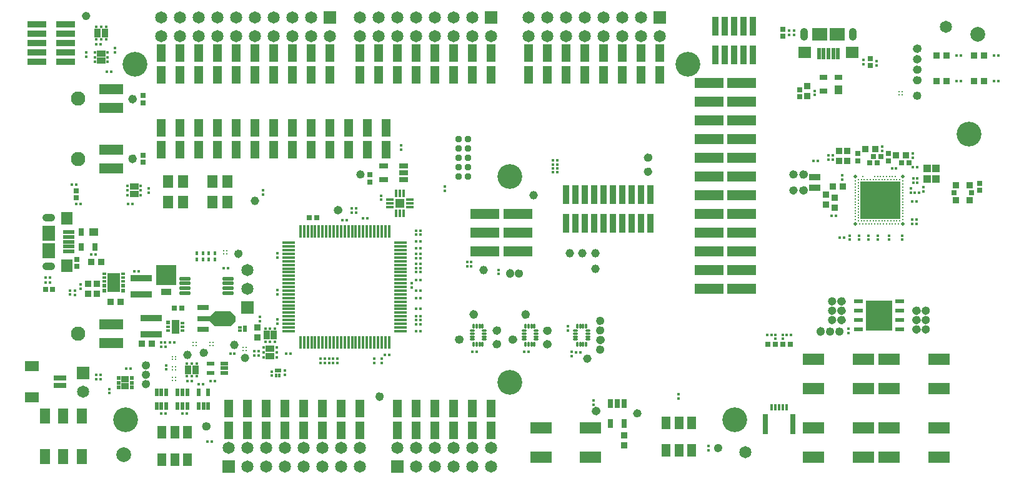
<source format=gts>
G04*
G04 #@! TF.GenerationSoftware,Altium Limited,Altium Designer,19.1.7 (138)*
G04*
G04 Layer_Color=8388736*
%FSLAX24Y24*%
%MOIN*%
G70*
G01*
G75*
%ADD118C,0.0240*%
%ADD119R,0.0296X0.0257*%
%ADD120R,0.0166X0.0178*%
%ADD121R,0.0157X0.0146*%
%ADD122C,0.0139*%
%ADD123C,0.0132*%
%ADD124O,0.0158X0.0434*%
%ADD125O,0.0434X0.0158*%
%ADD126R,0.0505X0.0505*%
%ADD127C,0.0454*%
%ADD128R,0.0323X0.0453*%
%ADD129R,0.0177X0.0157*%
%ADD130R,0.0406X0.0323*%
%ADD131R,0.0220X0.0209*%
%ADD132R,0.0453X0.0323*%
%ADD133R,0.0157X0.0177*%
%ADD134R,0.0359X0.1005*%
%ADD135R,0.1560X0.0560*%
%ADD136R,0.1123X0.0375*%
%ADD137R,0.0157X0.0354*%
%ADD138R,0.0296X0.1084*%
%ADD139R,0.0690X0.0611*%
%ADD140R,0.0808X0.0670*%
%ADD141R,0.0217X0.0592*%
%ADD142R,0.0611X0.0355*%
%ADD143R,0.0198X0.0414*%
%ADD144R,0.0296X0.0454*%
%ADD145R,0.0414X0.0198*%
%ADD146R,0.0454X0.0296*%
%ADD147R,0.0237X0.0198*%
%ADD148R,0.0237X0.0158*%
%ADD149R,0.0414X0.0769*%
%ADD150R,0.0690X0.1044*%
%ADD151R,0.0232X0.0154*%
%ADD152R,0.0232X0.0242*%
%ADD153O,0.0611X0.0217*%
%ADD154R,0.0513X0.0237*%
%ADD155R,0.1399X0.1635*%
%ADD156O,0.0118X0.0287*%
%ADD157O,0.0287X0.0118*%
%ADD158R,0.0454X0.0690*%
%ADD159R,0.0532X0.0690*%
%ADD160R,0.0532X0.0847*%
%ADD161R,0.1143X0.0611*%
%ADD162R,0.0178X0.0166*%
%ADD163R,0.0256X0.0276*%
%ADD164R,0.0209X0.0150*%
%ADD165R,0.0209X0.0327*%
%ADD166R,0.0611X0.0296*%
%ADD167R,0.0729X0.0296*%
%ADD168R,0.0150X0.0209*%
%ADD169R,0.0327X0.0209*%
%ADD170R,0.1312X0.0560*%
%ADD171R,0.1005X0.0359*%
%ADD172R,0.0462X0.0922*%
%ADD173R,0.0380X0.0360*%
%ADD174R,0.0360X0.0380*%
%ADD175R,0.0375X0.0355*%
%ADD176R,0.0355X0.0375*%
%ADD177R,0.0769X0.0532*%
%ADD178R,0.0670X0.0296*%
%ADD179C,0.0370*%
%ADD180R,0.0611X0.0690*%
%ADD181R,0.0670X0.0808*%
%ADD182R,0.0592X0.0217*%
%ADD183R,0.0375X0.0355*%
%ADD184R,0.0288X0.0257*%
%ADD185R,0.0316X0.0257*%
%ADD186R,0.0257X0.0316*%
%ADD187R,0.0158X0.0202*%
%ADD188R,0.0560X0.0360*%
%ADD189R,0.1060X0.1111*%
%ADD190R,0.0454X0.0395*%
%ADD191R,0.0296X0.0395*%
%ADD192R,0.0395X0.0454*%
%ADD193R,0.0395X0.0296*%
%ADD194R,0.0146X0.0157*%
%ADD195R,0.0257X0.0296*%
%ADD196O,0.0689X0.0157*%
%ADD197O,0.0157X0.0689*%
%ADD198C,0.0197*%
%ADD199C,0.0128*%
%ADD200R,0.2165X0.2008*%
%ADD201R,0.0395X0.0434*%
%ADD202C,0.0787*%
%ADD203R,0.0651X0.0651*%
%ADD204C,0.0651*%
%ADD205O,0.0414X0.0690*%
%ADD206C,0.0761*%
%ADD207O,0.0690X0.0414*%
%ADD208C,0.1320*%
%ADD209R,0.0651X0.0651*%
G36*
X11083Y8804D02*
X11088Y8803D01*
X11092Y8801D01*
X11096Y8798D01*
X11100Y8795D01*
X11356Y8539D01*
X11359Y8536D01*
X11361Y8532D01*
X11363Y8527D01*
X11364Y8523D01*
X11364Y8518D01*
Y8282D01*
X11364Y8277D01*
X11363Y8273D01*
X11361Y8268D01*
X11359Y8264D01*
X11356Y8261D01*
X11100Y8005D01*
X11096Y8002D01*
X11092Y7999D01*
X11088Y7997D01*
X11083Y7996D01*
X11078Y7996D01*
X10291D01*
X10286Y7996D01*
X10282Y7997D01*
X10277Y7999D01*
X10273Y8002D01*
X10270Y8005D01*
X10014Y8261D01*
X10011Y8264D01*
X10008Y8268D01*
X10006Y8273D01*
X10005Y8277D01*
X10005Y8282D01*
Y8518D01*
X10005Y8523D01*
X10006Y8527D01*
X10008Y8532D01*
X10011Y8536D01*
X10014Y8539D01*
X10270Y8795D01*
X10273Y8798D01*
X10277Y8801D01*
X10282Y8803D01*
X10286Y8804D01*
X10291Y8804D01*
X11078D01*
X11083Y8804D01*
D02*
G37*
D118*
X30721Y3460D02*
G03*
X30721Y3460I-110J0D01*
G01*
X30699D02*
G03*
X30699Y3460I-110J0D01*
G01*
X18140Y16101D02*
G03*
X18140Y16101I-110J0D01*
G01*
X32910Y3331D02*
G03*
X32910Y3331I-110J0D01*
G01*
X33479Y17000D02*
G03*
X33479Y17000I-110J0D01*
G01*
X33501D02*
G03*
X33501Y17000I-110J0D01*
G01*
X33479Y16250D02*
G03*
X33479Y16250I-110J0D01*
G01*
X9909Y2640D02*
G03*
X9909Y2640I-110J0D01*
G01*
X9931D02*
G03*
X9931Y2640I-110J0D01*
G01*
X23421Y7280D02*
G03*
X23421Y7280I-110J0D01*
G01*
X23399D02*
G03*
X23399Y7280I-110J0D01*
G01*
X24180Y8609D02*
G03*
X24180Y8609I-110J0D01*
G01*
Y8631D02*
G03*
X24180Y8631I-110J0D01*
G01*
X25409Y7760D02*
G03*
X25409Y7760I-110J0D01*
G01*
X25431D02*
G03*
X25431Y7760I-110J0D01*
G01*
X25409Y7030D02*
G03*
X25409Y7030I-110J0D01*
G01*
X25431D02*
G03*
X25431Y7030I-110J0D01*
G01*
X26950Y8606D02*
G03*
X26950Y8606I-110J0D01*
G01*
Y8628D02*
G03*
X26950Y8628I-110J0D01*
G01*
X28099Y7750D02*
G03*
X28099Y7750I-110J0D01*
G01*
X28121D02*
G03*
X28121Y7750I-110J0D01*
G01*
X28099Y7030D02*
G03*
X28099Y7030I-110J0D01*
G01*
X28121D02*
G03*
X28121Y7030I-110J0D01*
G01*
X11630Y11861D02*
G03*
X11630Y11861I-110J0D01*
G01*
X3501Y24570D02*
G03*
X3501Y24570I-110J0D01*
G01*
X30241Y6260D02*
G03*
X30241Y6260I-110J0D01*
G01*
X30929Y8280D02*
G03*
X30929Y8280I-110J0D01*
G01*
Y7767D02*
G03*
X30929Y7767I-110J0D01*
G01*
Y6740D02*
G03*
X30929Y6740I-110J0D01*
G01*
X30951Y7253D02*
G03*
X30951Y7253I-110J0D01*
G01*
X30929D02*
G03*
X30929Y7253I-110J0D01*
G01*
X5980Y20119D02*
G03*
X5980Y20119I-110J0D01*
G01*
Y20141D02*
G03*
X5980Y20141I-110J0D01*
G01*
Y16928D02*
G03*
X5980Y16928I-110J0D01*
G01*
Y16950D02*
G03*
X5980Y16950I-110J0D01*
G01*
X9780Y6571D02*
G03*
X9780Y6571I-110J0D01*
G01*
X19160Y4241D02*
G03*
X19160Y4241I-110J0D01*
G01*
Y4219D02*
G03*
X19160Y4219I-110J0D01*
G01*
X11979Y6296D02*
G03*
X11979Y6296I-110J0D01*
G01*
X6692Y4900D02*
G03*
X6692Y4900I-110J0D01*
G01*
X6691Y5400D02*
G03*
X6691Y5400I-110J0D01*
G01*
X6692Y5900D02*
G03*
X6692Y5900I-110J0D01*
G01*
X26120Y10799D02*
G03*
X26120Y10799I-110J0D01*
G01*
Y10821D02*
G03*
X26120Y10821I-110J0D01*
G01*
X26590Y10809D02*
G03*
X26590Y10809I-110J0D01*
G01*
X37220Y1481D02*
G03*
X37220Y1481I-110J0D01*
G01*
X48302Y8820D02*
G03*
X48302Y8820I-110J0D01*
G01*
Y8320D02*
G03*
X48302Y8320I-110J0D01*
G01*
Y7820D02*
G03*
X48302Y7820I-110J0D01*
G01*
X43304Y9320D02*
G03*
X43304Y9320I-110J0D01*
G01*
Y8820D02*
G03*
X43304Y8820I-110J0D01*
G01*
Y8320D02*
G03*
X43304Y8320I-110J0D01*
G01*
X16934Y14197D02*
G03*
X16934Y14197I-110J0D01*
G01*
X16956D02*
G03*
X16956Y14197I-110J0D01*
G01*
X43693Y7709D02*
G03*
X43693Y7709I-110J0D01*
G01*
X43193D02*
G03*
X43193Y7709I-110J0D01*
G01*
X42693Y7721D02*
G03*
X42693Y7721I-110J0D01*
G01*
Y7699D02*
G03*
X42693Y7699I-110J0D01*
G01*
X47792Y8820D02*
G03*
X47792Y8820I-110J0D01*
G01*
X47814D02*
G03*
X47814Y8820I-110J0D01*
G01*
X47792Y8320D02*
G03*
X47792Y8320I-110J0D01*
G01*
X47814D02*
G03*
X47814Y8320I-110J0D01*
G01*
X47792Y7820D02*
G03*
X47792Y7820I-110J0D01*
G01*
X47814D02*
G03*
X47814Y7820I-110J0D01*
G01*
X43814Y9320D02*
G03*
X43814Y9320I-110J0D01*
G01*
X43792D02*
G03*
X43792Y9320I-110J0D01*
G01*
X43814Y8820D02*
G03*
X43814Y8820I-110J0D01*
G01*
X43792D02*
G03*
X43792Y8820I-110J0D01*
G01*
X43814Y8320D02*
G03*
X43814Y8320I-110J0D01*
G01*
X43792D02*
G03*
X43792Y8320I-110J0D01*
G01*
X47840Y20311D02*
G03*
X47840Y20311I-110J0D01*
G01*
X47858Y21703D02*
G03*
X47858Y21703I-110J0D01*
G01*
X47836D02*
G03*
X47836Y21703I-110J0D01*
G01*
X47858Y21143D02*
G03*
X47858Y21143I-110J0D01*
G01*
X47836D02*
G03*
X47836Y21143I-110J0D01*
G01*
X47858Y22823D02*
G03*
X47858Y22823I-110J0D01*
G01*
X47836D02*
G03*
X47836Y22823I-110J0D01*
G01*
X47858Y22263D02*
G03*
X47858Y22263I-110J0D01*
G01*
X47836D02*
G03*
X47836Y22263I-110J0D01*
G01*
X41241Y15250D02*
G03*
X41241Y15250I-110J0D01*
G01*
Y16100D02*
G03*
X41241Y16100I-110J0D01*
G01*
X41769Y15250D02*
G03*
X41769Y15250I-110J0D01*
G01*
X41791D02*
G03*
X41791Y15250I-110J0D01*
G01*
X41769Y16100D02*
G03*
X41769Y16100I-110J0D01*
G01*
X41791D02*
G03*
X41791Y16100I-110J0D01*
G01*
X26259Y7280D02*
G03*
X26259Y7280I-110J0D01*
G01*
X26281D02*
G03*
X26281Y7280I-110J0D01*
G01*
D119*
X40967Y7037D02*
D03*
X40573D02*
D03*
X40167D02*
D03*
X39773D02*
D03*
X15707Y13776D02*
D03*
X15313D02*
D03*
X45798Y17064D02*
D03*
X45405D02*
D03*
X46891Y16708D02*
D03*
X47284D02*
D03*
X8507Y8970D02*
D03*
X8113D02*
D03*
X45188Y16730D02*
D03*
X45582D02*
D03*
D120*
X47615Y15117D02*
D03*
X47839D02*
D03*
X8102Y7120D02*
D03*
X7878D02*
D03*
X7612Y7120D02*
D03*
X7388D02*
D03*
X41002Y7530D02*
D03*
X40778D02*
D03*
X39728D02*
D03*
X39952D02*
D03*
X20998Y12536D02*
D03*
X21222D02*
D03*
X20998Y12157D02*
D03*
X21222D02*
D03*
X20998Y11863D02*
D03*
X21222D02*
D03*
X20998Y11639D02*
D03*
X21222D02*
D03*
X20998Y11321D02*
D03*
X21222D02*
D03*
X20998Y11102D02*
D03*
X21222D02*
D03*
X20998Y10445D02*
D03*
X21222D02*
D03*
X20998Y9896D02*
D03*
X21222D02*
D03*
X20998Y8910D02*
D03*
X21222D02*
D03*
X20998Y8537D02*
D03*
X21222D02*
D03*
X20998Y8320D02*
D03*
X21222D02*
D03*
X20998Y8103D02*
D03*
X21222D02*
D03*
X20998Y7730D02*
D03*
X21222D02*
D03*
Y9500D02*
D03*
X20998D02*
D03*
X21222Y10880D02*
D03*
X20998D02*
D03*
X3948Y23060D02*
D03*
X4172D02*
D03*
X4722Y21600D02*
D03*
X4498D02*
D03*
X42198Y16840D02*
D03*
X42422D02*
D03*
X10092Y1820D02*
D03*
X9868D02*
D03*
X11312Y6540D02*
D03*
X11088D02*
D03*
X5762Y5730D02*
D03*
X5538D02*
D03*
X1246Y10590D02*
D03*
X1471D02*
D03*
X52051Y21087D02*
D03*
X51826D02*
D03*
X50051D02*
D03*
X49826D02*
D03*
X52051Y22447D02*
D03*
X51826D02*
D03*
X50051D02*
D03*
X49826D02*
D03*
X5872Y14540D02*
D03*
X5648D02*
D03*
X9022Y5060D02*
D03*
X8798D02*
D03*
D121*
X48070Y15186D02*
D03*
Y15410D02*
D03*
X2520Y9678D02*
D03*
Y9902D02*
D03*
X40887Y23567D02*
D03*
Y23791D02*
D03*
X42254Y20572D02*
D03*
Y20347D02*
D03*
X45570Y21918D02*
D03*
Y22142D02*
D03*
X44867Y22222D02*
D03*
Y21997D02*
D03*
X44063Y7842D02*
D03*
Y7618D02*
D03*
X13590Y9694D02*
D03*
Y9918D02*
D03*
Y8124D02*
D03*
Y8348D02*
D03*
X16800Y6248D02*
D03*
Y6024D02*
D03*
X20780Y10278D02*
D03*
Y10054D02*
D03*
X13590Y11664D02*
D03*
Y11888D02*
D03*
X19130Y14972D02*
D03*
Y14748D02*
D03*
X28520Y16432D02*
D03*
Y16208D02*
D03*
X28300Y16432D02*
D03*
Y16208D02*
D03*
X47531Y15651D02*
D03*
Y15876D02*
D03*
X46940Y12610D02*
D03*
Y12834D02*
D03*
X46231Y12610D02*
D03*
Y12834D02*
D03*
X45621Y12610D02*
D03*
Y12834D02*
D03*
X45129Y12610D02*
D03*
Y12834D02*
D03*
X44637Y12610D02*
D03*
Y12834D02*
D03*
X44145Y12610D02*
D03*
Y12834D02*
D03*
X43731Y16053D02*
D03*
Y15828D02*
D03*
X47393Y15120D02*
D03*
Y15344D02*
D03*
X47747Y15876D02*
D03*
Y15651D02*
D03*
D122*
X30733Y3460D02*
D03*
X30467D02*
D03*
X18030Y16223D02*
D03*
Y15977D02*
D03*
X32800Y3453D02*
D03*
Y3207D02*
D03*
X33247Y17000D02*
D03*
X33513D02*
D03*
X33491Y16250D02*
D03*
X33245D02*
D03*
X9677Y2640D02*
D03*
X9943D02*
D03*
X23433Y7280D02*
D03*
X23167D02*
D03*
X24070Y8487D02*
D03*
Y8753D02*
D03*
X25177Y7760D02*
D03*
X25443D02*
D03*
X25177Y7030D02*
D03*
X25443D02*
D03*
X26840Y8484D02*
D03*
Y8750D02*
D03*
X27867Y7750D02*
D03*
X28133D02*
D03*
X27867Y7030D02*
D03*
X28133D02*
D03*
X11520Y11983D02*
D03*
Y11737D02*
D03*
X3513Y24570D02*
D03*
X3267D02*
D03*
X30253Y6260D02*
D03*
X30007D02*
D03*
X30697Y8280D02*
D03*
X30943D02*
D03*
X30697Y7767D02*
D03*
X30943D02*
D03*
X30697Y6740D02*
D03*
X30943D02*
D03*
X30963Y7253D02*
D03*
X30697D02*
D03*
X5870Y19997D02*
D03*
Y20263D02*
D03*
Y16806D02*
D03*
Y17072D02*
D03*
X9670Y6693D02*
D03*
Y6447D02*
D03*
X19050Y4363D02*
D03*
Y4097D02*
D03*
X11991Y6296D02*
D03*
X11745D02*
D03*
X6704Y4900D02*
D03*
X6458D02*
D03*
X6703Y5400D02*
D03*
X6457D02*
D03*
X6704Y5900D02*
D03*
X6458D02*
D03*
X26010Y10677D02*
D03*
Y10943D02*
D03*
X26480Y10687D02*
D03*
Y10933D02*
D03*
X37110Y1603D02*
D03*
Y1357D02*
D03*
X48070Y8820D02*
D03*
X48316D02*
D03*
X48070Y8320D02*
D03*
X48316D02*
D03*
X48070Y7820D02*
D03*
X48316D02*
D03*
X43316Y9320D02*
D03*
X43070D02*
D03*
X43316Y8820D02*
D03*
X43070D02*
D03*
X43316Y8320D02*
D03*
X43070D02*
D03*
X16702Y14197D02*
D03*
X16968D02*
D03*
X43583Y7587D02*
D03*
Y7833D02*
D03*
X43083Y7587D02*
D03*
Y7833D02*
D03*
X42583Y7843D02*
D03*
Y7577D02*
D03*
X47560Y8820D02*
D03*
X47826D02*
D03*
X47560Y8320D02*
D03*
X47826D02*
D03*
X47560Y7820D02*
D03*
X47826D02*
D03*
X43826Y9320D02*
D03*
X43560D02*
D03*
X43826Y8820D02*
D03*
X43560D02*
D03*
X43826Y8320D02*
D03*
X43560D02*
D03*
X47730Y20433D02*
D03*
Y20187D02*
D03*
X47870Y21703D02*
D03*
X47604D02*
D03*
X47870Y21143D02*
D03*
X47604D02*
D03*
X47870Y22823D02*
D03*
X47604D02*
D03*
X47870Y22263D02*
D03*
X47604D02*
D03*
X41253Y15250D02*
D03*
X41007D02*
D03*
X41253Y16100D02*
D03*
X41007D02*
D03*
X41537Y15250D02*
D03*
X41803D02*
D03*
X41537Y16100D02*
D03*
X41803D02*
D03*
X26027Y7280D02*
D03*
X26293D02*
D03*
D123*
X7991Y5259D02*
D03*
X8149D02*
D03*
X7991Y5101D02*
D03*
X8149D02*
D03*
X10899Y12029D02*
D03*
Y11871D02*
D03*
X10741Y12029D02*
D03*
Y11871D02*
D03*
X11937Y6687D02*
D03*
X11779D02*
D03*
X11937Y6845D02*
D03*
X11779D02*
D03*
X7991Y5814D02*
D03*
X8149D02*
D03*
X7991Y5656D02*
D03*
X8149D02*
D03*
X9259Y6961D02*
D03*
X9101D02*
D03*
X9259Y7119D02*
D03*
X9101D02*
D03*
X7991Y6369D02*
D03*
X8149D02*
D03*
X7991Y6211D02*
D03*
X8149D02*
D03*
X10149Y6961D02*
D03*
X9991D02*
D03*
X10149Y7119D02*
D03*
X9991D02*
D03*
X46929Y20351D02*
D03*
X46771D02*
D03*
X46929Y20509D02*
D03*
X46771D02*
D03*
D124*
X20318Y15083D02*
D03*
X20121D02*
D03*
X19924D02*
D03*
Y14020D02*
D03*
X20121D02*
D03*
X20318D02*
D03*
D125*
X19590Y14748D02*
D03*
Y14551D02*
D03*
Y14355D02*
D03*
X20653D02*
D03*
Y14551D02*
D03*
Y14748D02*
D03*
D126*
X20121Y14551D02*
D03*
D127*
X27250Y15000D02*
D03*
X11300Y7000D02*
D03*
X12400Y14700D02*
D03*
X8800Y6450D02*
D03*
X24600Y11000D02*
D03*
X29190Y11900D02*
D03*
X29870D02*
D03*
X30550D02*
D03*
Y11050D02*
D03*
D128*
X8843Y5652D02*
D03*
X9229D02*
D03*
X13403Y7510D02*
D03*
X13017D02*
D03*
X4010Y23660D02*
D03*
X4396D02*
D03*
D129*
X9292Y5997D02*
D03*
X9036D02*
D03*
X8780D02*
D03*
Y5308D02*
D03*
X9036D02*
D03*
X9292D02*
D03*
X12954Y7166D02*
D03*
X13210D02*
D03*
X13466D02*
D03*
Y7854D02*
D03*
X13210D02*
D03*
X12954D02*
D03*
X4459Y24004D02*
D03*
X4203D02*
D03*
X3947D02*
D03*
Y23316D02*
D03*
X4203D02*
D03*
X4459D02*
D03*
D130*
X5480Y4783D02*
D03*
Y5157D02*
D03*
D131*
X5836Y5226D02*
D03*
Y4970D02*
D03*
Y4714D02*
D03*
X5124D02*
D03*
Y4970D02*
D03*
Y5226D02*
D03*
D132*
X5950Y15057D02*
D03*
Y15443D02*
D03*
X13210Y6786D02*
D03*
Y6400D02*
D03*
X4203Y22563D02*
D03*
Y22177D02*
D03*
D133*
X5606Y15506D02*
D03*
Y15250D02*
D03*
Y14994D02*
D03*
X6294D02*
D03*
Y15250D02*
D03*
Y15506D02*
D03*
X13554Y6337D02*
D03*
Y6593D02*
D03*
Y6849D02*
D03*
X12866D02*
D03*
Y6593D02*
D03*
Y6337D02*
D03*
X4548Y22114D02*
D03*
Y22370D02*
D03*
Y22626D02*
D03*
X3859D02*
D03*
Y22370D02*
D03*
Y22114D02*
D03*
D134*
X36970Y24038D02*
D03*
X37470D02*
D03*
X37970D02*
D03*
X38470D02*
D03*
X38970D02*
D03*
X36970Y22502D02*
D03*
X37470D02*
D03*
X37970D02*
D03*
X38470D02*
D03*
X38970D02*
D03*
X31500Y15018D02*
D03*
X32000D02*
D03*
X32500D02*
D03*
X33000D02*
D03*
X33500D02*
D03*
X31500Y13482D02*
D03*
X32000D02*
D03*
X32500D02*
D03*
X33000D02*
D03*
X33500D02*
D03*
X31000D02*
D03*
X30500D02*
D03*
X30000D02*
D03*
X29500D02*
D03*
X29000D02*
D03*
X31000Y15018D02*
D03*
X30500D02*
D03*
X30000D02*
D03*
X29500D02*
D03*
X29000D02*
D03*
D135*
X24675Y14000D02*
D03*
X26425D02*
D03*
X24675Y13000D02*
D03*
X26425D02*
D03*
X24675Y12000D02*
D03*
X26425D02*
D03*
X36625Y10000D02*
D03*
Y14000D02*
D03*
Y13000D02*
D03*
Y17000D02*
D03*
Y18000D02*
D03*
Y21000D02*
D03*
X38375Y10000D02*
D03*
Y13000D02*
D03*
X38375Y14000D02*
D03*
Y18000D02*
D03*
X38375Y17000D02*
D03*
X38375Y21000D02*
D03*
X36625Y11000D02*
D03*
Y12000D02*
D03*
Y15000D02*
D03*
Y16000D02*
D03*
Y19000D02*
D03*
Y20000D02*
D03*
X38375Y11000D02*
D03*
Y12000D02*
D03*
X38375Y15000D02*
D03*
X38375Y16000D02*
D03*
X38375Y19000D02*
D03*
X38375Y20000D02*
D03*
D136*
X6340Y9687D02*
D03*
Y10553D02*
D03*
X6850Y7547D02*
D03*
Y8413D02*
D03*
D137*
X40757Y3673D02*
D03*
X39970D02*
D03*
X40167D02*
D03*
X40364D02*
D03*
X40560D02*
D03*
D138*
X39616Y2767D02*
D03*
X41112D02*
D03*
D139*
X44263Y22635D02*
D03*
X41744D02*
D03*
D140*
X42531Y23600D02*
D03*
X43476D02*
D03*
D141*
X42492Y22547D02*
D03*
X42748D02*
D03*
X43515D02*
D03*
X43259D02*
D03*
X43004D02*
D03*
D142*
X42260Y15965D02*
D03*
Y15395D02*
D03*
D143*
X9394Y4474D02*
D03*
X9906D02*
D03*
Y3726D02*
D03*
X9650D02*
D03*
X9394D02*
D03*
X7666Y3726D02*
D03*
X7410D02*
D03*
X7154D02*
D03*
Y4474D02*
D03*
X7410D02*
D03*
X7666D02*
D03*
X8786Y3726D02*
D03*
X8530D02*
D03*
X8274D02*
D03*
Y4474D02*
D03*
X8530D02*
D03*
X8786D02*
D03*
D144*
X32114Y2799D02*
D03*
X31366D02*
D03*
Y3862D02*
D03*
X31740D02*
D03*
X32114D02*
D03*
D145*
X10026Y5494D02*
D03*
Y6006D02*
D03*
X10774D02*
D03*
Y5750D02*
D03*
Y5494D02*
D03*
D146*
X19259Y15826D02*
D03*
Y16574D02*
D03*
X20322D02*
D03*
Y16200D02*
D03*
Y15826D02*
D03*
D147*
X7776Y8177D02*
D03*
D148*
Y7960D02*
D03*
Y7763D02*
D03*
X8544D02*
D03*
Y7960D02*
D03*
Y8157D02*
D03*
D149*
X8160Y7960D02*
D03*
D150*
X4860Y10340D02*
D03*
D151*
X4360Y10793D02*
D03*
Y10596D02*
D03*
Y10399D02*
D03*
X5360D02*
D03*
Y10596D02*
D03*
Y10793D02*
D03*
D152*
X4360Y10143D02*
D03*
Y9887D02*
D03*
X5360D02*
D03*
Y10143D02*
D03*
D153*
X10981Y9766D02*
D03*
Y10022D02*
D03*
Y10278D02*
D03*
Y10534D02*
D03*
X8659Y9766D02*
D03*
Y10022D02*
D03*
Y10278D02*
D03*
Y10534D02*
D03*
D154*
X46784Y7820D02*
D03*
Y8320D02*
D03*
Y8820D02*
D03*
Y9320D02*
D03*
X44602Y7820D02*
D03*
Y8320D02*
D03*
Y8820D02*
D03*
Y9320D02*
D03*
D155*
X45693Y8570D02*
D03*
D156*
X30073Y7034D02*
D03*
X29915D02*
D03*
X29758D02*
D03*
X29600D02*
D03*
Y7999D02*
D03*
X29758D02*
D03*
X29915D02*
D03*
X30073D02*
D03*
X24546Y7034D02*
D03*
X24389D02*
D03*
X24231D02*
D03*
X24074D02*
D03*
Y7999D02*
D03*
X24231D02*
D03*
X24389D02*
D03*
X24546D02*
D03*
X27310Y7034D02*
D03*
X27152D02*
D03*
X26995D02*
D03*
X26837D02*
D03*
Y7999D02*
D03*
X26995D02*
D03*
X27152D02*
D03*
X27310D02*
D03*
D157*
X29512Y7280D02*
D03*
Y7437D02*
D03*
Y7595D02*
D03*
Y7752D02*
D03*
X30161D02*
D03*
Y7595D02*
D03*
Y7437D02*
D03*
Y7280D02*
D03*
X23985D02*
D03*
Y7437D02*
D03*
Y7595D02*
D03*
Y7752D02*
D03*
X24635D02*
D03*
Y7595D02*
D03*
Y7437D02*
D03*
Y7280D02*
D03*
X26749D02*
D03*
Y7437D02*
D03*
Y7595D02*
D03*
Y7752D02*
D03*
X27398D02*
D03*
Y7595D02*
D03*
Y7437D02*
D03*
Y7280D02*
D03*
D158*
X8809Y2328D02*
D03*
X8120D02*
D03*
X7431D02*
D03*
Y872D02*
D03*
X8120D02*
D03*
X8809D02*
D03*
X34327Y1354D02*
D03*
X35016D02*
D03*
X35705D02*
D03*
Y2811D02*
D03*
X35016D02*
D03*
X34327D02*
D03*
D159*
X7775Y15711D02*
D03*
X8563Y14609D02*
D03*
X7775D02*
D03*
X10137D02*
D03*
X10925D02*
D03*
X8563Y15711D02*
D03*
X10137D02*
D03*
X10925D02*
D03*
D160*
X3160Y3193D02*
D03*
X1192D02*
D03*
X2176D02*
D03*
Y1027D02*
D03*
X1192D02*
D03*
X3160D02*
D03*
D161*
X30309Y985D02*
D03*
Y2560D02*
D03*
X27651Y985D02*
D03*
Y2560D02*
D03*
X48904Y985D02*
D03*
Y2560D02*
D03*
X46247Y985D02*
D03*
Y2560D02*
D03*
X44864Y985D02*
D03*
Y2560D02*
D03*
X42207Y985D02*
D03*
Y2560D02*
D03*
X46247Y6232D02*
D03*
Y4657D02*
D03*
X48904Y6232D02*
D03*
Y4657D02*
D03*
X42207Y6232D02*
D03*
Y4657D02*
D03*
X44864Y6232D02*
D03*
Y4657D02*
D03*
D162*
X4630Y4408D02*
D03*
Y4632D02*
D03*
X7650Y5902D02*
D03*
Y5678D02*
D03*
X3939Y5158D02*
D03*
Y5382D02*
D03*
X4149D02*
D03*
Y5158D02*
D03*
X3090Y10222D02*
D03*
Y9998D02*
D03*
X13300Y5348D02*
D03*
Y5572D02*
D03*
X2800Y9892D02*
D03*
Y9668D02*
D03*
X14000Y5398D02*
D03*
Y5622D02*
D03*
X25400Y11002D02*
D03*
Y10778D02*
D03*
X41157Y23791D02*
D03*
Y23567D02*
D03*
X43010Y16888D02*
D03*
Y17112D02*
D03*
X43230Y16888D02*
D03*
Y17112D02*
D03*
X36600Y1358D02*
D03*
Y1582D02*
D03*
X29090Y7982D02*
D03*
Y7758D02*
D03*
X40564Y7308D02*
D03*
Y7533D02*
D03*
X35010Y4362D02*
D03*
Y4138D02*
D03*
X40166Y7308D02*
D03*
Y7533D02*
D03*
X21220Y12878D02*
D03*
Y13102D02*
D03*
X20990Y12878D02*
D03*
Y13102D02*
D03*
X23720Y11412D02*
D03*
Y11188D02*
D03*
X23940Y11412D02*
D03*
Y11188D02*
D03*
X28300Y16862D02*
D03*
Y16638D02*
D03*
X28520Y16862D02*
D03*
Y16638D02*
D03*
X19150Y6248D02*
D03*
Y6024D02*
D03*
X18770Y6248D02*
D03*
Y6024D02*
D03*
X17564Y14284D02*
D03*
Y14060D02*
D03*
X17801Y14284D02*
D03*
Y14060D02*
D03*
X16355Y6248D02*
D03*
Y6024D02*
D03*
X15910Y6248D02*
D03*
Y6024D02*
D03*
X12610Y6428D02*
D03*
Y6652D02*
D03*
X12660Y8268D02*
D03*
Y8492D02*
D03*
X12380Y6652D02*
D03*
Y6428D02*
D03*
X22520Y15442D02*
D03*
Y15218D02*
D03*
X16578Y6024D02*
D03*
Y6248D02*
D03*
X16133Y6248D02*
D03*
Y6024D02*
D03*
X20200Y17428D02*
D03*
Y17652D02*
D03*
X45857Y17578D02*
D03*
X45857Y17354D02*
D03*
X47491Y17224D02*
D03*
Y17000D02*
D03*
X3396Y22622D02*
D03*
Y22398D02*
D03*
X4945Y22862D02*
D03*
Y22638D02*
D03*
X29310Y6612D02*
D03*
Y6388D02*
D03*
X12830Y15252D02*
D03*
Y15028D02*
D03*
X30470Y4022D02*
D03*
Y3798D02*
D03*
X6740Y15342D02*
D03*
Y15118D02*
D03*
D163*
X6430Y19933D02*
D03*
Y20327D02*
D03*
Y16742D02*
D03*
Y17136D02*
D03*
D164*
X11602Y7761D02*
D03*
Y7939D02*
D03*
D165*
X11878Y7850D02*
D03*
D166*
X9641Y8991D02*
D03*
Y7809D02*
D03*
D167*
X9700Y8400D02*
D03*
D168*
X13709Y5352D02*
D03*
X13531D02*
D03*
D169*
X13620Y5628D02*
D03*
D170*
X4724Y20657D02*
D03*
Y19657D02*
D03*
Y17429D02*
D03*
Y16429D02*
D03*
Y8090D02*
D03*
Y7090D02*
D03*
D171*
X762Y22140D02*
D03*
Y22640D02*
D03*
Y23140D02*
D03*
Y23640D02*
D03*
Y24140D02*
D03*
X2298Y22140D02*
D03*
Y22640D02*
D03*
Y23140D02*
D03*
Y23640D02*
D03*
Y24140D02*
D03*
D172*
X31000Y21423D02*
D03*
Y22577D02*
D03*
X27000Y21423D02*
D03*
X30000D02*
D03*
X29000Y21423D02*
D03*
X34000Y21423D02*
D03*
X33000D02*
D03*
X27000Y22577D02*
D03*
X30000D02*
D03*
X29000D02*
D03*
X34000D02*
D03*
X33000D02*
D03*
X28000Y21423D02*
D03*
X32000D02*
D03*
X28000Y22577D02*
D03*
X32000D02*
D03*
X7400Y21423D02*
D03*
X13400D02*
D03*
X7400Y22577D02*
D03*
X13400D02*
D03*
X8400Y21423D02*
D03*
X9400Y21423D02*
D03*
X11400D02*
D03*
X12400D02*
D03*
X15400D02*
D03*
X16400D02*
D03*
X8400Y22577D02*
D03*
X9400D02*
D03*
X11400D02*
D03*
X12400D02*
D03*
X15400D02*
D03*
X16400D02*
D03*
X10400Y21423D02*
D03*
X14400Y21423D02*
D03*
X10400Y22577D02*
D03*
X14400D02*
D03*
X22000Y21423D02*
D03*
Y22577D02*
D03*
X18000Y21423D02*
D03*
X21000D02*
D03*
X20000Y21423D02*
D03*
X25000Y21423D02*
D03*
X24000D02*
D03*
X18000Y22577D02*
D03*
X21000D02*
D03*
X20000D02*
D03*
X25000D02*
D03*
X24000D02*
D03*
X19000Y21423D02*
D03*
X23000D02*
D03*
X19000Y22577D02*
D03*
X23000D02*
D03*
X23000Y3577D02*
D03*
X23000Y2423D02*
D03*
X25000Y3577D02*
D03*
X24000D02*
D03*
X21000D02*
D03*
X20000D02*
D03*
X25000Y2423D02*
D03*
X24000D02*
D03*
X21000D02*
D03*
X20000D02*
D03*
X22000Y3577D02*
D03*
Y2423D02*
D03*
X14000Y3577D02*
D03*
Y2423D02*
D03*
X18000Y3577D02*
D03*
X15000D02*
D03*
X16000Y3577D02*
D03*
X11000Y3577D02*
D03*
X12000D02*
D03*
X18000Y2423D02*
D03*
X15000D02*
D03*
X16000D02*
D03*
X11000D02*
D03*
X12000D02*
D03*
X17000Y3577D02*
D03*
X13000D02*
D03*
X17000Y2423D02*
D03*
X13000D02*
D03*
X15400Y18577D02*
D03*
Y17423D02*
D03*
X16400Y18577D02*
D03*
Y17423D02*
D03*
X7400D02*
D03*
Y18577D02*
D03*
X11400D02*
D03*
Y17423D02*
D03*
X12400Y18577D02*
D03*
Y17423D02*
D03*
X10400Y18577D02*
D03*
Y17423D02*
D03*
X9400Y18577D02*
D03*
Y17423D02*
D03*
X8400D02*
D03*
Y18577D02*
D03*
X14400Y17423D02*
D03*
Y18577D02*
D03*
X13400Y17423D02*
D03*
Y18577D02*
D03*
X17400Y17423D02*
D03*
Y18577D02*
D03*
X18400Y17423D02*
D03*
Y18577D02*
D03*
X19400Y17423D02*
D03*
Y18577D02*
D03*
D173*
X12530Y7935D02*
D03*
Y7385D02*
D03*
D174*
X51313Y21087D02*
D03*
X50763D02*
D03*
X49313D02*
D03*
X48763D02*
D03*
X51313Y22447D02*
D03*
X50763D02*
D03*
X49313D02*
D03*
X48763D02*
D03*
D175*
X42875Y14484D02*
D03*
Y15015D02*
D03*
X32110Y2146D02*
D03*
Y1614D02*
D03*
X41864Y20825D02*
D03*
Y20294D02*
D03*
X44007Y17370D02*
D03*
Y16838D02*
D03*
X43564Y17370D02*
D03*
Y16838D02*
D03*
X43338Y14858D02*
D03*
Y14326D02*
D03*
X3970Y9724D02*
D03*
Y10256D02*
D03*
X3500Y9724D02*
D03*
Y10256D02*
D03*
D176*
X47137Y17112D02*
D03*
X46605D02*
D03*
X45513Y17466D02*
D03*
X44981D02*
D03*
X43229Y15468D02*
D03*
X43761D02*
D03*
X3660Y11440D02*
D03*
X4192D02*
D03*
X5226Y9280D02*
D03*
X4694D02*
D03*
X6886Y7070D02*
D03*
X6354D02*
D03*
D177*
X484Y4203D02*
D03*
Y5857D02*
D03*
D178*
X2010Y4833D02*
D03*
Y5227D02*
D03*
D179*
X23250Y16000D02*
D03*
Y16500D02*
D03*
Y17000D02*
D03*
Y17500D02*
D03*
Y18000D02*
D03*
X23750D02*
D03*
Y17500D02*
D03*
Y17000D02*
D03*
Y16500D02*
D03*
Y16000D02*
D03*
D180*
X2365Y13760D02*
D03*
Y11240D02*
D03*
D181*
X1400Y12028D02*
D03*
Y12972D02*
D03*
D182*
X2454Y11988D02*
D03*
Y12244D02*
D03*
Y13012D02*
D03*
Y12756D02*
D03*
Y12500D02*
D03*
D183*
X49793Y14711D02*
D03*
Y15518D02*
D03*
X50541D02*
D03*
Y14711D02*
D03*
D184*
X49710Y15115D02*
D03*
X50623D02*
D03*
D185*
X1613Y9967D02*
D03*
X1239D02*
D03*
D186*
X40557Y23866D02*
D03*
Y23492D02*
D03*
X2900Y11190D02*
D03*
Y11564D02*
D03*
X41474Y20263D02*
D03*
Y20637D02*
D03*
X2860Y15227D02*
D03*
Y14853D02*
D03*
X45217Y21923D02*
D03*
Y22297D02*
D03*
D187*
X9940Y11553D02*
D03*
Y11884D02*
D03*
X9300Y11553D02*
D03*
Y11884D02*
D03*
X10260Y11553D02*
D03*
Y11884D02*
D03*
X9620Y11553D02*
D03*
Y11884D02*
D03*
D188*
X7680Y9810D02*
D03*
D189*
Y10736D02*
D03*
D190*
X3791Y13034D02*
D03*
D191*
X3122D02*
D03*
Y12226D02*
D03*
X3870D02*
D03*
D192*
X43526Y20634D02*
D03*
D193*
Y21303D02*
D03*
X42719D02*
D03*
Y20555D02*
D03*
D194*
X8528Y3310D02*
D03*
X8752D02*
D03*
X10028Y5070D02*
D03*
X10252D02*
D03*
X9408Y4890D02*
D03*
X9632D02*
D03*
X7408Y3310D02*
D03*
X7632D02*
D03*
X10952Y11100D02*
D03*
X10728D02*
D03*
X5958Y10910D02*
D03*
X6182D02*
D03*
X7398Y6900D02*
D03*
X7622D02*
D03*
X1246Y10310D02*
D03*
X1471D02*
D03*
X3664Y11840D02*
D03*
X3888D02*
D03*
X2852Y15560D02*
D03*
X2628D02*
D03*
X3082Y14520D02*
D03*
X2858D02*
D03*
X29749Y6600D02*
D03*
X29524D02*
D03*
X24222Y6620D02*
D03*
X23998D02*
D03*
X26996D02*
D03*
X26771D02*
D03*
X14282Y6520D02*
D03*
X14058D02*
D03*
X17058Y13670D02*
D03*
X17282D02*
D03*
X18178Y13746D02*
D03*
X18402D02*
D03*
X19338Y6450D02*
D03*
X19562D02*
D03*
X47722Y16482D02*
D03*
X47497D02*
D03*
X47702Y14670D02*
D03*
X47478D02*
D03*
X47702Y13460D02*
D03*
X47478D02*
D03*
X43609Y12712D02*
D03*
X43834D02*
D03*
X43178Y13900D02*
D03*
X43403D02*
D03*
X47477Y13696D02*
D03*
X47702D02*
D03*
X46607Y16413D02*
D03*
X46383D02*
D03*
D195*
X44578Y17210D02*
D03*
Y16816D02*
D03*
X46202Y16836D02*
D03*
Y17230D02*
D03*
X51050Y15243D02*
D03*
Y15637D02*
D03*
X18530Y15693D02*
D03*
Y16087D02*
D03*
D196*
X20172Y12452D02*
D03*
Y12255D02*
D03*
Y12059D02*
D03*
Y11862D02*
D03*
Y11665D02*
D03*
Y11468D02*
D03*
Y11271D02*
D03*
Y11074D02*
D03*
Y10877D02*
D03*
Y10681D02*
D03*
Y10484D02*
D03*
Y10287D02*
D03*
Y10090D02*
D03*
Y9893D02*
D03*
Y9696D02*
D03*
Y9499D02*
D03*
Y9303D02*
D03*
Y9106D02*
D03*
Y8909D02*
D03*
Y8712D02*
D03*
Y8515D02*
D03*
Y8318D02*
D03*
Y8122D02*
D03*
Y7925D02*
D03*
Y7728D02*
D03*
X14208D02*
D03*
Y7925D02*
D03*
Y8122D02*
D03*
Y8318D02*
D03*
Y8515D02*
D03*
Y8712D02*
D03*
Y8909D02*
D03*
Y9106D02*
D03*
Y9303D02*
D03*
Y9499D02*
D03*
Y9696D02*
D03*
Y9893D02*
D03*
Y10090D02*
D03*
Y10287D02*
D03*
Y10484D02*
D03*
Y10681D02*
D03*
Y10877D02*
D03*
Y11074D02*
D03*
Y11271D02*
D03*
Y11468D02*
D03*
Y11665D02*
D03*
Y11862D02*
D03*
Y12059D02*
D03*
Y12255D02*
D03*
Y12452D02*
D03*
D197*
X19552Y7108D02*
D03*
X19355D02*
D03*
X19158D02*
D03*
X18962D02*
D03*
X18765D02*
D03*
X18568D02*
D03*
X18371D02*
D03*
X18174D02*
D03*
X17977D02*
D03*
X17781D02*
D03*
X17584D02*
D03*
X17387D02*
D03*
X17190D02*
D03*
X16993D02*
D03*
X16796D02*
D03*
X16599D02*
D03*
X16403D02*
D03*
X16206D02*
D03*
X16009D02*
D03*
X15812D02*
D03*
X15615D02*
D03*
X15418D02*
D03*
X15221D02*
D03*
X15025D02*
D03*
X14828D02*
D03*
Y13072D02*
D03*
X15025D02*
D03*
X15221D02*
D03*
X15418D02*
D03*
X15615D02*
D03*
X15812D02*
D03*
X16009D02*
D03*
X16206D02*
D03*
X16403D02*
D03*
X16599D02*
D03*
X16796D02*
D03*
X16993D02*
D03*
X17190D02*
D03*
X17387D02*
D03*
X17584D02*
D03*
X17781D02*
D03*
X17977D02*
D03*
X18174D02*
D03*
X18371D02*
D03*
X18568D02*
D03*
X18765D02*
D03*
X18962D02*
D03*
X19158D02*
D03*
X19355D02*
D03*
X19552D02*
D03*
D198*
X44440Y15980D02*
D03*
Y13460D02*
D03*
X46960D02*
D03*
Y15980D02*
D03*
D199*
X46566D02*
D03*
X46723Y13460D02*
D03*
X46566D02*
D03*
X46802Y13618D02*
D03*
Y15822D02*
D03*
X44440Y13696D02*
D03*
X46409Y13460D02*
D03*
X46251D02*
D03*
X46094D02*
D03*
X45936D02*
D03*
X45779D02*
D03*
X45621D02*
D03*
X45464D02*
D03*
X45306D02*
D03*
X45149D02*
D03*
X44991D02*
D03*
X44834D02*
D03*
X44676D02*
D03*
X46645Y13618D02*
D03*
X46487D02*
D03*
X46330D02*
D03*
X46172D02*
D03*
X46015D02*
D03*
X45857D02*
D03*
X45700D02*
D03*
X45542D02*
D03*
X45385D02*
D03*
X45227D02*
D03*
X45070D02*
D03*
X44912D02*
D03*
X44755D02*
D03*
X44597D02*
D03*
Y13775D02*
D03*
Y13933D02*
D03*
X44440Y13854D02*
D03*
Y14011D02*
D03*
X44597Y14090D02*
D03*
X46960Y14169D02*
D03*
X44440D02*
D03*
X44597Y14248D02*
D03*
X46960Y14326D02*
D03*
X44440D02*
D03*
X44597Y14405D02*
D03*
X46960Y14484D02*
D03*
X44440D02*
D03*
X44597Y14563D02*
D03*
X46960Y14641D02*
D03*
X44440D02*
D03*
X44597Y14720D02*
D03*
X46960Y14799D02*
D03*
X44440D02*
D03*
X44597Y14877D02*
D03*
X46960Y14956D02*
D03*
X44440D02*
D03*
X44597Y15035D02*
D03*
X46960Y15114D02*
D03*
X44440D02*
D03*
X44597Y15192D02*
D03*
X46960Y15271D02*
D03*
X44440D02*
D03*
X44597Y15350D02*
D03*
X46960Y15429D02*
D03*
X44440D02*
D03*
X44597Y15507D02*
D03*
X46960Y15586D02*
D03*
X44440D02*
D03*
X44597Y15665D02*
D03*
X46960Y15744D02*
D03*
X44440D02*
D03*
X46172Y15822D02*
D03*
X46015D02*
D03*
X45857D02*
D03*
X45700D02*
D03*
X45542D02*
D03*
X45385D02*
D03*
X45227D02*
D03*
X45070D02*
D03*
X44912D02*
D03*
X44755D02*
D03*
X44597D02*
D03*
X46409Y15980D02*
D03*
X46251D02*
D03*
X46094D02*
D03*
X45936D02*
D03*
X45779D02*
D03*
X45621D02*
D03*
X45464D02*
D03*
X44834D02*
D03*
X46330Y15822D02*
D03*
X46487D02*
D03*
X46645D02*
D03*
X46960Y14011D02*
D03*
Y13854D02*
D03*
Y13696D02*
D03*
D200*
X45779Y14720D02*
D03*
D201*
X48279Y16413D02*
D03*
X48731D02*
D03*
Y15842D02*
D03*
X48279D02*
D03*
D202*
X50973Y23600D02*
D03*
X5411Y1120D02*
D03*
D203*
X3220Y5490D02*
D03*
X12000Y9000D02*
D03*
D204*
X3220Y4490D02*
D03*
X38580Y1270D02*
D03*
X49250Y24000D02*
D03*
X12000Y10000D02*
D03*
Y11000D02*
D03*
X7400Y24500D02*
D03*
Y23500D02*
D03*
X8400D02*
D03*
Y24500D02*
D03*
X10400D02*
D03*
Y23500D02*
D03*
X11400D02*
D03*
Y24500D02*
D03*
X13400Y23500D02*
D03*
Y24500D02*
D03*
X16400Y23500D02*
D03*
X15400Y24500D02*
D03*
Y23500D02*
D03*
X14400Y24500D02*
D03*
Y23500D02*
D03*
X12400Y24500D02*
D03*
Y23500D02*
D03*
X9400D02*
D03*
Y24500D02*
D03*
X27000D02*
D03*
Y23500D02*
D03*
X30000D02*
D03*
Y24500D02*
D03*
X32000Y23500D02*
D03*
Y24500D02*
D03*
X33000Y23500D02*
D03*
Y24500D02*
D03*
X34000Y23500D02*
D03*
X31000Y24500D02*
D03*
Y23500D02*
D03*
X29000Y24500D02*
D03*
Y23500D02*
D03*
X28000D02*
D03*
Y24500D02*
D03*
X18000D02*
D03*
Y23500D02*
D03*
X21000D02*
D03*
Y24500D02*
D03*
X23000Y23500D02*
D03*
Y24500D02*
D03*
X24000Y23500D02*
D03*
Y24500D02*
D03*
X25000Y23500D02*
D03*
X22000Y24500D02*
D03*
Y23500D02*
D03*
X20000Y24500D02*
D03*
Y23500D02*
D03*
X19000D02*
D03*
Y24500D02*
D03*
X18000Y500D02*
D03*
Y1500D02*
D03*
X15000D02*
D03*
Y500D02*
D03*
X13000Y1500D02*
D03*
Y500D02*
D03*
X12000Y1500D02*
D03*
Y500D02*
D03*
X11000Y1500D02*
D03*
X14000Y500D02*
D03*
Y1500D02*
D03*
X16000Y500D02*
D03*
Y1500D02*
D03*
X17000D02*
D03*
Y500D02*
D03*
X25000Y1500D02*
D03*
Y500D02*
D03*
X23000Y1500D02*
D03*
Y500D02*
D03*
X20000Y1500D02*
D03*
X21000Y500D02*
D03*
Y1500D02*
D03*
X22000Y500D02*
D03*
Y1500D02*
D03*
X24000Y500D02*
D03*
Y1500D02*
D03*
D205*
X44303Y23600D02*
D03*
X41704D02*
D03*
D206*
X2954Y20157D02*
D03*
Y16929D02*
D03*
Y7590D02*
D03*
D207*
X1400Y13799D02*
D03*
Y11201D02*
D03*
D208*
X50500Y18250D02*
D03*
X26000Y5000D02*
D03*
Y16000D02*
D03*
X5500Y3000D02*
D03*
X6000Y22000D02*
D03*
X38000Y3000D02*
D03*
X35500Y22000D02*
D03*
D209*
X16400Y24500D02*
D03*
X34000D02*
D03*
X25000D02*
D03*
X11000Y500D02*
D03*
X20000D02*
D03*
M02*

</source>
